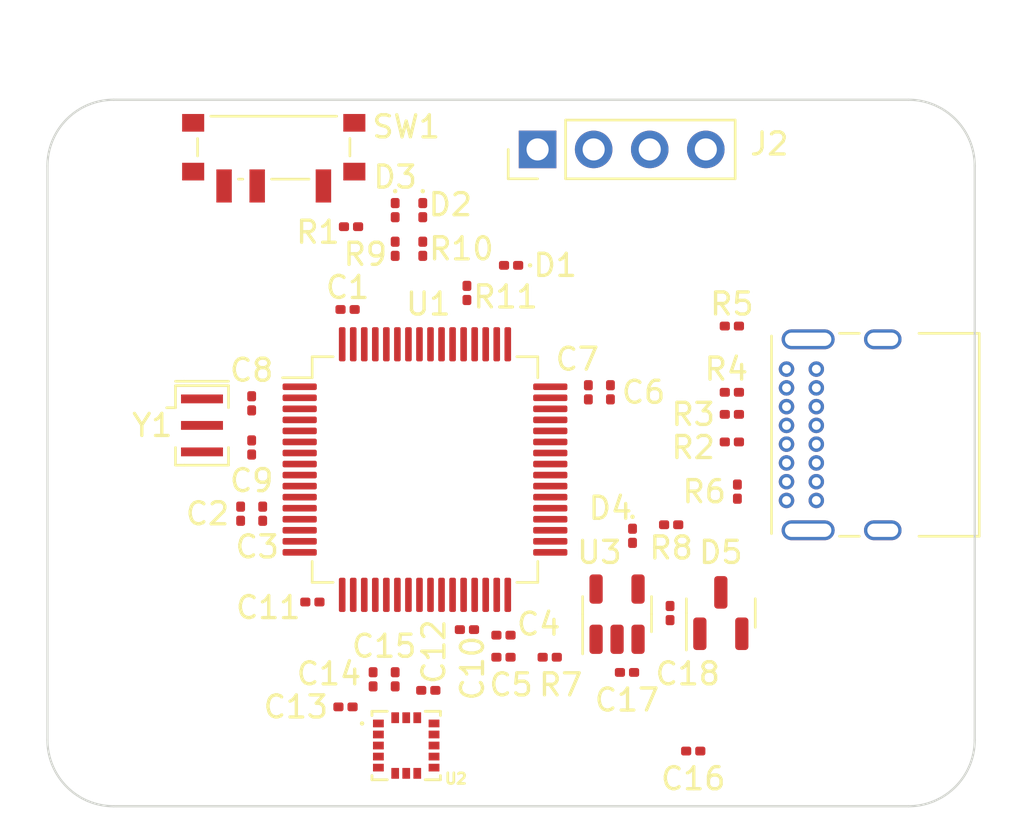
<source format=kicad_pcb>
(kicad_pcb (version 20211014) (generator pcbnew)
  (layers (0 "F.Cu" signal) (31 "B.Cu" power) (34 "B.Paste" user) (35 "F.Paste" user) (36 "B.SilkS" user "B.Silkscreen") (37 "F.SilkS" user "F.Silkscreen") (38 "B.Mask" user) (39 "F.Mask" user) (44 "Edge.Cuts" user))
  (net 0 "")
  (net 1 "GND")
  (net 2 "+3.3V")
  (net 3 "Net-(C8-Pad2)")
  (net 4 "Net-(C9-Pad2)")
  (net 5 "Net-(C10-Pad1)")
  (net 6 "Net-(C11-Pad2)")
  (net 7 "Net-(C12-Pad1)")
  (net 8 "Net-(C16-Pad1)")
  (net 9 "Net-(D5-Pad1)")
  (net 10 "Net-(D1-Pad2)")
  (net 11 "Net-(D2-Pad2)")
  (net 12 "Net-(D3-Pad2)")
  (net 13 "Net-(D4-Pad1)")
  (net 14 "VBUS")
  (net 15 "+5V")
  (net 16 "Net-(J1-PadA5)")
  (net 17 "Net-(J1-PadA6)")
  (net 18 "Net-(J1-PadA7)")
  (net 20 "Net-(J1-PadB5)")
  (net 22 "/SWCLK")
  (net 23 "/SWDIO")
  (net 24 "Net-(R1-Pad1)")
  (net 25 "Net-(R1-Pad2)")
  (net 26 "/D-")
  (net 27 "/D+")
  (net 28 "Net-(R7-Pad2)")
  (net 29 "/LED3")
  (net 30 "/LED2")
  (net 31 "/LED1")
  (net 36 "/GYRO_INT")
  (net 41 "/USART2_TX")
  (net 42 "/USART2_RX")
  (net 43 "/GYRO_CS")
  (net 44 "/GYRO_SPC")
  (net 45 "/GYRO_SDO")
  (net 46 "/GYRO_SDI")
  (net 51 "/Motor_4")
  (net 52 "/Motor_3")
  (net 71 "/Motor_1")
  (net 72 "/Motor_2")
  (footprint "Capacitor_SMD:C_0201_0603Metric" (layer "F.Cu") (at 157.75 129 -90)
    (fp_text reference "C3" (at 1.5 0.25) (layer "F.SilkS"))
    (fp_text value "100nF")
    (pad "1" smd roundrect (at -0.32 0 270) (size 0.46 0.4) (layers "F.Cu" "F.Mask") (net 1 "GND"))
    (pad "2" smd roundrect (at 0.32 0 270) (size 0.46 0.4) (layers "F.Cu" "F.Mask") (net 2 "+3.3V"))
  )
  (footprint "Resistor_SMD:R_0201_0603Metric" (layer "F.Cu") (at 161.75 116 180)
    (fp_text reference "R1" (at 1.5 -0.25 180) (layer "F.SilkS"))
    (fp_text value "10kΩ")
    (pad "1" smd roundrect (at -0.32 0 180) (size 0.46 0.4) (layers "F.Cu" "F.Mask") (net 24 "Net-(R1-Pad1)"))
    (pad "2" smd roundrect (at 0.32 0 180) (size 0.46 0.4) (layers "F.Cu" "F.Mask") (net 25 "Net-(R1-Pad2)"))
  )
  (footprint "Capacitor_SMD:C_0201_0603Metric" (layer "F.Cu") (at 176.2 133.5 -90)
    (fp_text reference "C18" (at 2.75 -0.8) (layer "F.SilkS"))
    (fp_text value "1uF")
    (pad "1" smd roundrect (at -0.32 0 270) (size 0.46 0.4) (layers "F.Cu" "F.Mask") (net 2 "+3.3V"))
    (pad "2" smd roundrect (at 0.32 0 270) (size 0.46 0.4) (layers "F.Cu" "F.Mask") (net 1 "GND"))
  )
  (footprint "Resistor_SMD:R_0201_0603Metric" (layer "F.Cu") (at 179 124.5)
    (fp_text reference "R3" (at -1.75 0) (layer "F.SilkS"))
    (fp_text value "22Ω")
    (pad "1" smd roundrect (at -0.32 0) (size 0.46 0.4) (layers "F.Cu" "F.Mask") (net 27 "/D+"))
    (pad "2" smd roundrect (at 0.32 0) (size 0.46 0.4) (layers "F.Cu" "F.Mask") (net 17 "Net-(J1-PadA6)"))
  )
  (footprint "Crystal:Resonator_SMD_Murata_CSTxExxV-3Pin_3.0x1.1mm" (layer "F.Cu") (at 155 125 -90)
    (fp_text reference "Y1" (at 0 2.25 180) (layer "F.SilkS"))
    (fp_text value "8Mhz")
    (fp_line (start 1.8 -1.2) (end 1.8 0.8) (layer "F.SilkS") (width 0.12))
    (fp_line (start 1 -1.2) (end 1.8 -1.2) (layer "F.SilkS") (width 0.12))
    (fp_line (start -0.8 1.2) (end -1.8 1.2) (layer "F.SilkS") (width 0.12))
    (fp_line (start -2 -1.2) (end -2 0.8) (layer "F.SilkS") (width 0.12))
    (fp_line (start -1.8 0.8) (end -1.8 1.2) (layer "F.SilkS") (width 0.12))
    (fp_line (start -0.8 1.2) (end -0.8 1.6) (layer "F.SilkS") (width 0.12))
    (fp_line (start -1.8 0.8) (end -1.8 -1.2) (layer "F.SilkS") (width 0.12))
    (fp_line (start 1.8 1.2) (end 1 1.2) (layer "F.SilkS") (width 0.12))
    (fp_line (start 1.8 0.8) (end 1.8 1.2) (layer "F.SilkS") (width 0.12))
    (fp_line (start -2 0.8) (end -2 1.2) (layer "F.SilkS") (width 0.12))
    (fp_line (start -1.8 -1.2) (end -0.8 -1.2) (layer "F.SilkS") (width 0.12))
    (pad "1" smd rect (at -1.2 0 270) (size 0.4 1.9) (layers "F.Cu" "F.Paste" "F.Mask") (net 3 "Net-(C8-Pad2)"))
    (pad "2" smd rect (at 0 0 270) (size 0.4 1.9) (layers "F.Cu" "F.Paste" "F.Mask") (net 1 "GND"))
    (pad "3" smd rect (at 1.2 0 270) (size 0.4 1.9) (layers "F.Cu" "F.Paste" "F.Mask") (net 4 "Net-(C9-Pad2)"))
  )
  (footprint "Package_TO_SOT_SMD:SOT-23" (layer "F.Cu") (at 178.5 133.5 90)
    (fp_text reference "D5" (at 2.75 0) (layer "F.SilkS"))
    (fp_text value "NSVMMBD354LT1G")
    (fp_line (start 0 -1.56) (end -1.675 -1.56) (layer "F.SilkS") (width 0.12))
    (fp_line (start 0 -1.56) (end 0.65 -1.56) (layer "F.SilkS") (width 0.12))
    (fp_line (start 0 1.56) (end 0.65 1.56) (layer "F.SilkS") (width 0.12))
    (fp_line (start 0 1.56) (end -0.65 1.56) (layer "F.SilkS") (width 0.12))
    (pad "1" smd roundrect (at -0.9375 -0.95 90) (size 1.475 0.6) (layers "F.Cu" "F.Paste" "F.Mask") (net 9 "Net-(D5-Pad1)"))
    (pad "2" smd roundrect (at -0.9375 0.95 90) (size 1.475 0.6) (layers "F.Cu" "F.Paste" "F.Mask") (net 14 "VBUS"))
    (pad "3" smd roundrect (at 0.9375 0 90) (size 1.475 0.6) (layers "F.Cu" "F.Paste" "F.Mask") (net 15 "+5V"))
  )
  (footprint "LED_SMD:LED_0201_0603Metric" (layer "F.Cu") (at 163.75 115.25 -90)
    (fp_text reference "D3" (at -1.5 0 180) (layer "F.SilkS"))
    (fp_text value "BLUE")
    (fp_circle (center -0.86 0) (end -0.81 0) (layer "F.SilkS") (width 0.1) (fill none))
    (pad "1" smd roundrect (at -0.32 0 270) (size 0.46 0.4) (layers "F.Cu" "F.Mask") (net 1 "GND"))
    (pad "2" smd roundrect (at 0.32 0 270) (size 0.46 0.4) (layers "F.Cu" "F.Mask") (net 12 "Net-(D3-Pad2)"))
  )
  (footprint "Button_Switch_SMD:SW_SPDT_PCM12" (layer "F.Cu") (at 158.25 112.725 180)
    (fp_text reference "SW1" (at -6 1.25 180) (layer "F.SilkS"))
    (fp_text value "Switch")
    (fp_line (start 3.45 0.72) (end 3.45 -0.07) (layer "F.SilkS") (width 0.12))
    (fp_line (start -2.85 1.73) (end 2.85 1.73) (layer "F.SilkS") (width 0.12))
    (fp_line (start 1.4 -1.12) (end 1.6 -1.12) (layer "F.SilkS") (width 0.12))
    (fp_line (start -1.6 -1.12) (end 0.1 -1.12) (layer "F.SilkS") (width 0.12))
    (fp_line (start -3.45 -0.07) (end -3.45 0.72) (layer "F.SilkS") (width 0.12))
    (pad "" np_thru_hole circle (at -1.5 0.33 180) (size 0.9 0.9) (drill 0.9) (layers *.Cu *.Mask))
    (pad "" smd rect (at 3.65 -0.78 180) (size 1 0.8) (layers "F.Cu" "F.Paste" "F.Mask"))
    (pad "" np_thru_hole circle (at 1.5 0.33 180) (size 0.9 0.9) (drill 0.9) (layers *.Cu *.Mask))
    (pad "" smd rect (at -3.65 -0.78 180) (size 1 0.8) (layers "F.Cu" "F.Paste" "F.Mask"))
    (pad "" smd rect (at -3.65 1.43 180) (size 1 0.8) (layers "F.Cu" "F.Paste" "F.Mask"))
    (pad "" smd rect (at 3.65 1.43 180) (size 1 0.8) (layers "F.Cu" "F.Paste" "F.Mask"))
    (pad "1" smd rect (at -2.25 -1.43 180) (size 0.7 1.5) (layers "F.Cu" "F.Paste" "F.Mask") (net 25 "Net-(R1-Pad2)"))
    (pad "2" smd rect (at 0.75 -1.43 180) (size 0.7 1.5) (layers "F.Cu" "F.Paste" "F.Mask") (net 1 "GND"))
    (pad "3" smd rect (at 2.25 -1.43 180) (size 0.7 1.5) (layers "F.Cu" "F.Paste" "F.Mask") (net 2 "+3.3V"))
  )
  (footprint "Capacitor_SMD:C_0201_0603Metric" (layer "F.Cu") (at 173.5 123.5 90)
    (fp_text reference "C6" (at 0 1.5) (layer "F.SilkS"))
    (fp_text value "100nF")
    (pad "1" smd roundrect (at -0.32 0 90) (size 0.46 0.4) (layers "F.Cu" "F.Mask") (net 1 "GND"))
    (pad "2" smd roundrect (at 0.32 0 90) (size 0.46 0.4) (layers "F.Cu" "F.Mask") (net 2 "+3.3V"))
  )
  (footprint "Resistor_SMD:R_0201_0603Metric" (layer "F.Cu") (at 165 117 90)
    (fp_text reference "R10" (at 0 1.75 180) (layer "F.SilkS"))
    (fp_text value "10kΩ")
    (pad "1" smd roundrect (at -0.32 0 90) (size 0.46 0.4) (layers "F.Cu" "F.Mask") (net 30 "/LED2"))
    (pad "2" smd roundrect (at 0.32 0 90) (size 0.46 0.4) (layers "F.Cu" "F.Mask") (net 11 "Net-(D2-Pad2)"))
  )
  (footprint "Capacitor_SMD:C_0201_0603Metric" (layer "F.Cu") (at 163.75 136.5 -90)
    (fp_text reference "C15" (at -1.5 0.5 180) (layer "F.SilkS"))
    (fp_text value "2.2 uF")
    (pad "1" smd roundrect (at -0.32 0 270) (size 0.46 0.4) (layers "F.Cu" "F.Mask") (net 1 "GND"))
    (pad "2" smd roundrect (at 0.32 0 270) (size 0.46 0.4) (layers "F.Cu" "F.Mask") (net 2 "+3.3V"))
  )
  (footprint "Capacitor_SMD:C_0201_0603Metric" (layer "F.Cu") (at 156.75 129 -90)
    (fp_text reference "C2" (at 0 1.5) (layer "F.SilkS"))
    (fp_text value "100nF")
    (pad "1" smd roundrect (at -0.32 0 270) (size 0.46 0.4) (layers "F.Cu" "F.Mask") (net 1 "GND"))
    (pad "2" smd roundrect (at 0.32 0 270) (size 0.46 0.4) (layers "F.Cu" "F.Mask") (net 2 "+3.3V"))
  )
  (footprint "Resistor_SMD:R_0201_0603Metric" (layer "F.Cu") (at 179.25 128 90)
    (fp_text reference "R6" (at 0 -1.5 180) (layer "F.SilkS"))
    (fp_text value "5.1kΩ")
    (pad "1" smd roundrect (at -0.32 0 90) (size 0.46 0.4) (layers "F.Cu" "F.Mask") (net 1 "GND"))
    (pad "2" smd roundrect (at 0.32 0 90) (size 0.46 0.4) (layers "F.Cu" "F.Mask") (net 16 "Net-(J1-PadA5)"))
  )
  (footprint "Resistor_SMD:R_0201_0603Metric" (layer "F.Cu") (at 176.25 129.5 180)
    (fp_text reference "R8" (at 0 -1.05) (layer "F.SilkS"))
    (fp_text value "1kΩ")
    (pad "1" smd roundrect (at -0.32 0 180) (size 0.46 0.4) (layers "F.Cu" "F.Mask") (net 1 "GND"))
    (pad "2" smd roundrect (at 0.32 0 180) (size 0.46 0.4) (layers "F.Cu" "F.Mask") (net 13 "Net-(D4-Pad1)"))
  )
  (footprint "LED_SMD:LED_0201_0603Metric" (layer "F.Cu") (at 174.5 130 -90)
    (fp_text reference "D4" (at -1.25 1 180) (layer "F.SilkS"))
    (fp_text value "RED")
    (fp_circle (center -0.86 0) (end -0.81 0) (layer "F.SilkS") (width 0.1) (fill none))
    (pad "1" smd roundrect (at -0.32 0 270) (size 0.46 0.4) (layers "F.Cu" "F.Mask") (net 13 "Net-(D4-Pad1)"))
    (pad "2" smd roundrect (at 0.32 0 270) (size 0.46 0.4) (layers "F.Cu" "F.Mask") (net 2 "+3.3V"))
  )
  (footprint "Capacitor_SMD:C_0201_0603Metric" (layer "F.Cu") (at 157.25 126 -90)
    (fp_text reference "C9" (at 1.5 0 180) (layer "F.SilkS"))
    (fp_text value "56pF")
    (pad "1" smd roundrect (at -0.32 0 270) (size 0.46 0.4) (layers "F.Cu" "F.Mask") (net 1 "GND"))
    (pad "2" smd roundrect (at 0.32 0 270) (size 0.46 0.4) (layers "F.Cu" "F.Mask") (net 4 "Net-(C9-Pad2)"))
  )
  (footprint "Capacitor_SMD:C_0201_0603Metric" (layer "F.Cu") (at 157.25 124 90)
    (fp_text reference "C8" (at 1.5 0 180) (layer "F.SilkS"))
    (fp_text value "56pF")
    (pad "1" smd roundrect (at -0.32 0 90) (size 0.46 0.4) (layers "F.Cu" "F.Mask") (net 1 "GND"))
    (pad "2" smd roundrect (at 0.32 0 90) (size 0.46 0.4) (layers "F.Cu" "F.Mask") (net 3 "Net-(C8-Pad2)"))
  )
  (footprint "Capacitor_SMD:C_0201_0603Metric" (layer "F.Cu") (at 172.5 123.5 90)
    (fp_text reference "C7" (at 1.5 -0.5) (layer "F.SilkS"))
    (fp_text value "100nF")
    (pad "1" smd roundrect (at -0.32 0 90) (size 0.46 0.4) (layers "F.Cu" "F.Mask") (net 1 "GND"))
    (pad "2" smd roundrect (at 0.32 0 90) (size 0.46 0.4) (layers "F.Cu" "F.Mask") (net 2 "+3.3V"))
  )
  (footprint "MountingHole:MountingHole_2.2mm_M2" (layer "F.Cu") (at 187 113.25)
    (fp_text reference "H3")
    (fp_text value "MountingHole")
    (pad "" np_thru_hole circle (at 0 0) (size 2.2 2.2) (drill 2.2) (layers *.Cu *.Mask))
  )
  (footprint "IAM-20680:PQFN50P300X300X80-16N" (layer "F.Cu") (at 164.25 139.5)
    (fp_text reference "U2" (at 2.25 1.5) (layer "F.SilkS") (effects (font (size 0.481634 0.481634))))
    (fp_text value "IAM-20680")
    (fp_line (start -1.55 1.36) (end -1.55 1.55) (layer "F.SilkS") (width 0.127))
    (fp_line (start 0.86 1.55) (end 1.55 1.55) (layer "F.SilkS") (width 0.127))
    (fp_line (start 0.86 -1.55) (end 1.55 -1.55) (layer "F.SilkS") (width 0.127))
    (fp_line (start -1.55 -1.36) (end -1.55 -1.55) (layer "F.SilkS") (width 0.127))
    (fp_line (start -1.55 -1.55) (end -0.86 -1.55) (layer "F.SilkS") (width 0.127))
    (fp_line (start 1.55 1.55) (end 1.55 1.36) (layer "F.SilkS") (width 0.127))
    (fp_line (start 1.55 -1.55) (end 1.55 -1.36) (layer "F.SilkS") (width 0.127))
    (fp_line (start -1.55 1.55) (end -0.86 1.55) (layer "F.SilkS") (width 0.127))
    (fp_circle (center -2 -1) (end -1.95 -1) (layer "F.SilkS") (width 0.1) (fill none))
    (pad "1" smd roundrect locked (at -1.26 -1) (size 0.49 0.35) (layers "F.Cu" "F.Paste" "F.Mask") (roundrect_rratio 0.04) (net 2 "+3.3V"))
    (pad "2" smd roundrect locked (at -1.26 -0.5) (size 0.49 0.35) (layers "F.Cu" "F.Paste" "F.Mask") (roundrect_rratio 0.04) (net 44 "/GYRO_SPC"))
    (pad "3" smd roundrect locked (at -1.26 0) (size 0.49 0.35) (layers "F.Cu" "F.Paste" "F.Mask") (roundrect_rratio 0.04) (net 46 "/GYRO_SDI"))
    (pad "4" smd roundrect locked (at -1.26 0.5) (size 0.49 0.35) (layers "F.Cu" "F.Paste" "F.Mask") (roundrect_rratio 0.04) (net 45 "/GYRO_SDO"))
    (pad "5" smd roundrect locked (at -1.26 1) (size 0.49 0.35) (layers "F.Cu" "F.Paste" "F.Mask") (roundrect_rratio 0.04) (net 43 "/GYRO_CS"))
    (pad "6" smd roundrect locked (at -0.5 1.26 90) (size 0.49 0.35) (layers "F.Cu" "F.Paste" "F.Mask") (roundrect_rratio 0.04) (net 36 "/GYRO_INT"))
    (pad "7" smd roundrect locked (at 0 1.26 90) (size 0.49 0.35) (layers "F.Cu" "F.Paste" "F.Mask") (roundrect_rratio 0.04))
    (pad "8" smd roundrect locked (at 0.5 1.26 90) (size 0.49 0.35) (layers "F.Cu" "F.Paste" "F.Mask") (roundrect_rratio 0.04) (net 1 "GND"))
    (pad "9" smd roundrect locked (at 1.26 1 180) (size 0.49 0.35) (layers "F.Cu" "F.Paste" "F.Mask") (roundrect_rratio 0.04) (net 1 "GND"))
    (pad "10" smd roundrect locked (at 1.26 0.5 180) (size 0.49 0.35) (layers "F.Cu" "F.Paste" "F.Mask") (roundrect_rratio 0.04) (net 1 "GND"))
    (pad "11" smd roundrect locked (at 1.26 0 180) (size 0.49 0.35) (layers "F.Cu" "F.Paste" "F.Mask") (roundrect_rratio 0.04) (net 1 "GND"))
    (pad "12" smd roundrect locked (at 1.26 -0.5 180) (size 0.49 0.35) (layers "F.Cu" "F.Paste" "F.Mask") (roundrect_rratio 0.04) (net 1 "GND"))
    (pad "13" smd roundrect locked (at 1.26 -1 180) (size 0.49 0.35) (layers "F.Cu" "F.Paste" "F.Mask") (roundrect_rratio 0.04) (net 1 "GND"))
    (pad "14" smd roundrect locked (at 0.5 -1.26 270) (size 0.49 0.35) (layers "F.Cu" "F.Paste" "F.Mask") (roundrect_rratio 0.04) (net 7 "Net-(C12-Pad1)"))
    (pad "15" smd roundrect locked (at 0 -1.26 270) (size 0.49 0.35) (layers "F.Cu" "F.Paste" "F.Mask") (roundrect_rratio 0.04) (net 1 "GND"))
    (pad "16" smd roundrect locked (at -0.5 -1.26 270) (size 0.49 0.35) (layers "F.Cu" "F.Paste" "F.Mask") (roundrect_rratio 0.04) (net 2 "+3.3V"))
  )
  (footprint "Capacitor_SMD:C_0201_0603Metric" (layer "F.Cu") (at 160 133 180)
    (fp_text reference "C11" (at 2 -0.25) (layer "F.SilkS"))
    (fp_text value "100nF")
    (pad "1" smd roundrect (at -0.32 0 180) (size 0.46 0.4) (layers "F.Cu" "F.Mask") (net 1 "GND"))
    (pad "2" smd roundrect (at 0.32 0 180) (size 0.46 0.4) (layers "F.Cu" "F.Mask") (net 6 "Net-(C11-Pad2)"))
  )
  (footprint "Connector_USB:USB_C_Receptacle_GCT_USB4085" (layer "F.Cu") (at 181.475 128.4 90)
    (fp_text reference "J1")
    (fp_text value "USB_C_Receptacle_USB2.0")
    (fp_line (start -1.62 8.73) (end 7.57 8.73) (layer "F.SilkS") (width 0.12))
    (fp_line (start 7.57 6) (end 7.57 8.73) (layer "F.SilkS") (width 0.12))
    (fp_line (start -1.5 -0.68) (end 7.45 -0.68) (layer "F.SilkS") (width 0.12))
    (fp_line (start -1.62 2.4) (end -1.62 3.3) (layer "F.SilkS") (width 0.12))
    (fp_line (start 7.57 2.4) (end 7.57 3.3) (layer "F.SilkS") (width 0.12))
    (fp_line (start -1.62 6) (end -1.62 8.73) (layer "F.SilkS") (width 0.12))
    (pad "A1" thru_hole circle (at 0 0 90) (size 0.7 0.7) (drill 0.4) (layers *.Cu *.Mask) (net 1 "GND"))
    (pad "A4" thru_hole circle (at 0.85 0 90) (size 0.7 0.7) (drill 0.4) (layers *.Cu *.Mask) (net 14 "VBUS"))
    (pad "A5" thru_hole circle (at 1.7 0 90) (size 0.7 0.7) (drill 0.4) (layers *.Cu *.Mask) (net 16 "Net-(J1-PadA5)"))
    (pad "A6" thru_hole circle (at 2.55 0 90) (size 0.7 0.7) (drill 0.4) (layers *.Cu *.Mask) (net 17 "Net-(J1-PadA6)"))
    (pad "A7" thru_hole circle (at 3.4 0 90) (size 0.7 0.7) (drill 0.4) (layers *.Cu *.Mask) (net 18 "Net-(J1-PadA7)"))
    (pad "A8" thru_hole circle (at 4.25 0 90) (size 0.7 0.7) (drill 0.4) (layers *.Cu *.Mask))
    (pad "A9" thru_hole circle (at 5.1 0 90) (size 0.7 0.7) (drill 0.4) (layers *.Cu *.Mask) (net 14 "VBUS"))
    (pad "A12" thru_hole circle (at 5.95 0 90) (size 0.7 0.7) (drill 0.4) (layers *.Cu *.Mask) (net 1 "GND"))
    (pad "B1" thru_hole circle (at 5.95 1.35 90) (size 0.7 0.7) (drill 0.4) (layers *.Cu *.Mask) (net 1 "GND"))
    (pad "B4" thru_hole circle (at 5.1 1.35 90) (size 0.7 0.7) (drill 0.4) (layers *.Cu *.Mask) (net 14 "VBUS"))
    (pad "B5" thru_hole circle (at 4.25 1.35 90) (size 0.7 0.7) (drill 0.4) (layers *.Cu *.Mask) (net 20 "Net-(J1-PadB5)"))
    (pad "B6" thru_hole circle (at 3.4 1.35 90) (size 0.7 0.7) (drill 0.4) (layers *.Cu *.Mask) (net 17 "Net-(J1-PadA6)"))
    (pad "B7" thru_hole circle (at 2.55 1.35 90) (size 0.7 0.7) (drill 0.4) (layers *.Cu *.Mask) (net 18 "Net-(J1-PadA7)"))
    (pad "B8" thru_hole circle (at 1.7 1.35 90) (size 0.7 0.7) (drill 0.4) (layers *.Cu *.Mask))
    (pad "B9" thru_hole circle (at 0.85 1.35 90) (size 0.7 0.7) (drill 0.4) (layers *.Cu *.Mask) (net 14 "VBUS"))
    (pad "B12" thru_hole circle (at 0 1.35 90) (size 0.7 0.7) (drill 0.4) (layers *.Cu *.Mask) (net 1 "GND"))
    (pad "S1" thru_hole oval (at 7.3 0.98 90) (size 0.9 2.4) (drill oval 0.6 2.1) (layers *.Cu *.Mask) (net 1 "GND"))
    (pad "S1" thru_hole oval (at -1.35 0.98 90) (size 0.9 2.4) (drill oval 0.6 2.1) (layers *.Cu *.Mask) (net 1 "GND"))
    (pad "S1" thru_hole oval (at 7.3 4.36 90) (size 0.9 1.7) (drill oval 0.6 1.4) (layers *.Cu *.Mask) (net 1 "GND"))
    (pad "S1" thru_hole oval (at -1.35 4.36 90) (size 0.9 1.7) (drill oval 0.6 1.4) (layers *.Cu *.Mask) (net 1 "GND"))
  )
  (footprint "LED_SMD:LED_0201_0603Metric" (layer "F.Cu") (at 165 115.25 -90)
    (fp_text reference "D2" (at -0.25 -1.25 180) (layer "F.SilkS"))
    (fp_text value "GREEN")
    (fp_circle (center -0.86 0) (end -0.81 0) (layer "F.SilkS") (width 0.1) (fill none))
    (pad "1" smd roundrect (at -0.32 0 270) (size 0.46 0.4) (layers "F.Cu" "F.Mask") (net 1 "GND"))
    (pad "2" smd roundrect (at 0.32 0 270) (size 0.46 0.4) (layers "F.Cu" "F.Mask") (net 11 "Net-(D2-Pad2)"))
  )
  (footprint "Resistor_SMD:R_0201_0603Metric" (layer "F.Cu") (at 179 123.5)
    (fp_text reference "R4" (at -0.25 -1.05) (layer "F.SilkS"))
    (fp_text value "1.5KΩ")
    (pad "1" smd roundrect (at -0.32 0) (size 0.46 0.4) (layers "F.Cu" "F.Mask") (net 2 "+3.3V"))
    (pad "2" smd roundrect (at 0.32 0) (size 0.46 0.4) (layers "F.Cu" "F.Mask") (net 17 "Net-(J1-PadA6)"))
  )
  (footprint "LED_SMD:LED_0201_0603Metric" (layer "F.Cu") (at 169 117.75 180)
    (fp_text reference "D1" (at -2 0) (layer "F.SilkS"))
    (fp_text value "WHITE")
    (fp_circle (center -0.86 0) (end -0.81 0) (layer "F.SilkS") (width 0.1) (fill none))
    (pad "1" smd roundrect (at -0.32 0 180) (size 0.46 0.4) (layers "F.Cu" "F.Mask") (net 1 "GND"))
    (pad "2" smd roundrect (at 0.32 0 180) (size 0.46 0.4) (layers "F.Cu" "F.Mask") (net 10 "Net-(D1-Pad2)"))
  )
  (footprint "Capacitor_SMD:C_0201_0603Metric" (layer "F.Cu") (at 167 134.25 180)
    (fp_text reference "C10" (at -0.25 -1.75 90) (layer "F.SilkS"))
    (fp_text value "4.7uF")
    (pad "1" smd roundrect (at -0.32 0 180) (size 0.46 0.4) (layers "F.Cu" "F.Mask") (net 5 "Net-(C10-Pad1)"))
    (pad "2" smd roundrect (at 0.32 0 180) (size 0.46 0.4) (layers "F.Cu" "F.Mask") (net 1 "GND"))
  )
  (footprint "MountingHole:MountingHole_2.2mm_M2" (layer "F.Cu") (at 151 113.25)
    (fp_text reference "H2")
    (fp_text value "MountingHole")
    (pad "" np_thru_hole circle (at 0 0) (size 2.2 2.2) (drill 2.2) (layers *.Cu *.Mask))
  )
  (footprint "Resistor_SMD:R_0201_0603Metric" (layer "F.Cu") (at 163.75 117 90)
    (fp_text reference "R9" (at -0.25 -1.35 180) (layer "F.SilkS"))
    (fp_text value "10kΩ")
    (pad "1" smd roundrect (at -0.32 0 90) (size 0.46 0.4) (layers "F.Cu" "F.Mask") (net 29 "/LED3"))
    (pad "2" smd roundrect (at 0.32 0 90) (size 0.46 0.4) (layers "F.Cu" "F.Mask") (net 12 "Net-(D3-Pad2)"))
  )
  (footprint "Capacitor_SMD:C_0201_0603Metric" (layer "F.Cu") (at 165.25 137)
    (fp_text reference "C12" (at 0.25 -1.75 270) (layer "F.SilkS"))
    (fp_text value "0.47 uF")
    (pad "1" smd roundrect (at -0.32 0) (size 0.46 0.4) (layers "F.Cu" "F.Mask") (net 7 "Net-(C12-Pad1)"))
    (pad "2" smd roundrect (at 0.32 0) (size 0.46 0.4) (layers "F.Cu" "F.Mask") (net 1 "GND"))
  )
  (footprint "Package_TO_SOT_SMD:SOT-23-5" (layer "F.Cu") (at 173.8 133.55 90)
    (fp_text reference "U3" (at 2.8 -0.8 180) (layer "F.SilkS"))
    (fp_text value "RT9193-33GB")
    (fp_line (start 0 -1.56) (end 0.8 -1.56) (layer "F.SilkS") (width 0.12))
    (fp_line (start 0 -1.56) (end -1.8 -1.56) (layer "F.SilkS") (width 0.12))
    (fp_line (start 0 1.56) (end -0.8 1.56) (layer "F.SilkS") (width 0.12))
    (fp_line (start 0 1.56) (end 0.8 1.56) (layer "F.SilkS") (width 0.12))
    (pad "1" smd roundrect (at -1.1375 -0.95 90) (size 1.325 0.6) (layers "F.Cu" "F.Paste" "F.Mask") (net 28 "Net-(R7-Pad2)"))
    (pad "2" smd roundrect (at -1.1375 0 90) (size 1.325 0.6) (layers "F.Cu" "F.Paste" "F.Mask") (net 1 "GND"))
    (pad "3" smd roundrect (at -1.1375 0.95 90) (size 1.325 0.6) (layers "F.Cu" "F.Paste" "F.Mask") (net 9 "Net-(D5-Pad1)"))
    (pad "4" smd roundrect (at 1.1375 0.95 90) (size 1.325 0.6) (layers "F.Cu" "F.Paste" "F.Mask") (net 2 "+3.3V"))
    (pad "5" smd roundrect (at 1.1375 -0.95 90) (size 1.325 0.6) (layers "F.Cu" "F.Paste" "F.Mask"))
  )
  (footprint "Capacitor_SMD:C_0201_0603Metric" (layer "F.Cu") (at 161.595 119.75 180)
    (fp_text reference "C1" (at 0 1) (layer "F.SilkS"))
    (fp_text value "100nF")
    (pad "1" smd roundrect (at -0.32 0 180) (size 0.46 0.4) (layers "F.Cu" "F.Mask") (net 1 "GND"))
    (pad "2" smd roundrect (at 0.32 0 180) (size 0.46 0.4) (layers "F.Cu" "F.Mask") (net 2 "+3.3V"))
  )
  (footprint "Resistor_SMD:R_0201_0603Metric" (layer "F.Cu") (at 170.75 135.5)
    (fp_text reference "R7" (at 0.5 1.25) (layer "F.SilkS"))
    (fp_text value "100kΩ")
    (pad "1" smd roundrect (at -0.32 0) (size 0.46 0.4) (layers "F.Cu" "F.Mask") (net 2 "+3.3V"))
    (pad "2" smd roundrect (at 0.32 0) (size 0.46 0.4) (layers "F.Cu" "F.Mask") (net 28 "Net-(R7-Pad2)"))
  )
  (footprint "Capacitor_SMD:C_0201_0603Metric" (layer "F.Cu") (at 174.25 136.1875)
    (fp_text reference "C17" (at 0 1.25) (layer "F.SilkS"))
    (fp_text value "1uF")
    (pad "1" smd roundrect (at -0.32 0) (size 0.46 0.4) (layers "F.Cu" "F.Mask") (net 1 "GND"))
    (pad "2" smd roundrect (at 0.32 0) (size 0.46 0.4) (layers "F.Cu" "F.Mask") (net 9 "Net-(D5-Pad1)"))
  )
  (footprint "Resistor_SMD:R_0201_0603Metric" (layer "F.Cu") (at 179 125.75 180)
    (fp_text reference "R2" (at 1.75 -0.25) (layer "F.SilkS"))
    (fp_text value "22Ω")
    (pad "1" smd roundrect (at -0.32 0 180) (size 0.46 0.4) (layers "F.Cu" "F.Mask") (net 18 "Net-(J1-PadA7)"))
    (pad "2" smd roundrect (at 0.32 0 180) (size 0.46 0.4) (layers "F.Cu" "F.Mask") (net 26 "/D-"))
  )
  (footprint "Connector_PinHeader_2.54mm:PinHeader_1x04_P2.54mm_Vertical" (layer "F.Cu") (at 170.2 112.5 90)
    (fp_text reference "J2" (at 0.25 10.5 180) (layer "F.SilkS"))
    (fp_text value "Conn_01x04_Male")
    (fp_line (start -1.33 1.27) (end -1.33 8.95) (layer "F.SilkS") (width 0.12))
    (fp_line (start -1.33 -1.33) (end 0 -1.33) (layer "F.SilkS") (width 0.12))
    (fp_line (start -1.33 1.27) (end 1.33 1.27) (layer "F.SilkS") (width 0.12))
    (fp_line (start 1.33 1.27) (end 1.33 8.95) (layer "F.SilkS") (width 0.12))
    (fp_line (start -1.33 8.95) (end 1.33 8.95) (layer "F.SilkS") (width 0.12))
    (fp_line (start -1.33 0) (end -1.33 -1.33) (layer "F.SilkS") (width 0.12))
    (pad "1" thru_hole rect (at 0 0 90) (size 1.7 1.7) (drill 1) (layers *.Cu *.Mask) (net 1 "GND"))
    (pad "2" thru_hole oval (at 0 2.54 90) (size 1.7 1.7) (drill 1) (layers *.Cu *.Mask) (net 22 "/SWCLK"))
    (pad "3" thru_hole oval (at 0 5.08 90) (size 1.7 1.7) (drill 1) (layers *.Cu *.Mask) (net 23 "/SWDIO"))
    (pad "4" thru_hole oval (at 0 7.62 90) (size 1.7 1.7) (drill 1) (layers *.Cu *.Mask) (net 2 "+3.3V"))
  )
  (footprint "Capacitor_SMD:C_0201_0603Metric" (layer "F.Cu") (at 161.5 137.75)
    (fp_text reference "C13" (at -2.25 0 180) (layer "F.SilkS"))
    (fp_text value "10 uF")
    (pad "1" smd roundrect (at -0.32 0) (size 0.46 0.4) (layers "F.Cu" "F.Mask") (net 1 "GND"))
    (pad "2" smd roundrect (at 0.32 0) (size 0.46 0.4) (layers "F.Cu" "F.Mask") (net 2 "+3.3V"))
  )
  (footprint "Resistor_SMD:R_0201_0603Metric" (layer "F.Cu") (at 167 119 90)
    (fp_text reference "R11" (at -0.18 1.75) (layer "F.SilkS"))
    (fp_text value "10kΩ")
    (pad "1" smd roundrect (at -0.32 0 90) (size 0.46 0.4) (layers "F.Cu" "F.Mask") (net 31 "/LED1"))
    (pad "2" smd roundrect (at 0.32 0 90) (size 0.46 0.4) (layers "F.Cu" "F.Mask") (net 10 "Net-(D1-Pad2)"))
  )
  (footprint "Capacitor_SMD:C_0201_0603Metric" (layer "F.Cu") (at 168.655 135.5)
    (fp_text reference "C5" (at 0.345 1.25) (layer "F.SilkS"))
    (fp_text value "100nF")
    (pad "1" smd roundrect (at -0.32 0) (size 0.46 0.4) (layers "F.Cu" "F.Mask") (net 1 "GND"))
    (pad "2" smd roundrect (at 0.32 0) (size 0.46 0.4) (layers "F.Cu" "F.Mask") (net 2 "+3.3V"))
  )
  (footprint "MountingHole:MountingHole_2.2mm_M2" (layer "F.Cu") (at 151 139.25)
    (fp_text reference "H1")
    (fp_text value "MountingHole")
    (pad "" np_thru_hole circle (at 0 0) (size 2.2 2.2) (drill 2.2) (layers *.Cu *.Mask))
  )
  (footprint "Resistor_SMD:R_0201_0603Metric" (layer "F.Cu") (at 179 120.5)
    (fp_text reference "R5" (at 0 -1) (layer "F.SilkS"))
    (fp_text value "5.1kΩ")
    (pad "1" smd roundrect (at -0.32 0) (size 0.46 0.4) (layers "F.Cu" "F.Mask") (net 1 "GND"))
    (pad "2" smd roundrect (at 0.32 0) (size 0.46 0.4) (layers "F.Cu" "F.Mask") (net 20 "Net-(J1-PadB5)"))
  )
  (footprint "MountingHole:MountingHole_2.2mm_M2" (layer "F.Cu") (at 187 139.25)
    (fp_text reference "H4")
    (fp_text value "MountingHole")
    (pad "" np_thru_hole circle (at 0 0) (size 2.2 2.2) (drill 2.2) (layers *.Cu *.Mask))
  )
  (footprint "Package_QFP:LQFP-64_10x10mm_P0.5mm" (layer "F.Cu") (at 165.1 127)
    (fp_text reference "U1" (at 0.15 -7.5) (layer "F.SilkS"))
    (fp_text value "STM32F446RETx")
    (fp_line (start -4.16 -5.11) (end -5.11 -5.11) (layer "F.SilkS") (width 0.12))
    (fp_line (start -5.11 5.11) (end -5.11 4.16) (layer "F.SilkS") (width 0.12))
    (fp_line (start 5.11 5.11) (end 5.11 4.16) (layer "F.SilkS") (width 0.12))
    (fp_line (start 4.16 5.11) (end 5.11 5.11) (layer "F.SilkS") (width 0.12))
    (fp_line (start 5.11 -5.11) (end 5.11 -4.16) (layer "F.SilkS") (width 0.12))
    (fp_line (start -4.16 5.11) (end -5.11 5.11) (layer "F.SilkS") (width 0.12))
    (fp_line (start -5.11 -4.16) (end -6.45 -4.16) (layer "F.SilkS") (width 0.12))
    (fp_line (start 4.16 -5.11) (end 5.11 -5.11) (layer "F.SilkS") (width 0.12))
    (fp_line (start -5.11 -5.11) (end -5.11 -4.16) (layer "F.SilkS") (width 0.12))
    (pad "1" smd roundrect (at -5.675 -3.75) (size 1.55 0.3) (layers "F.Cu" "F.Paste" "F.Mask") (net 2 "+3.3V"))
    (pad "2" smd roundrect (at -5.675 -3.25) (size 1.55 0.3) (layers "F.Cu" "F.Paste" "F.Mask"))
    (pad "3" smd roundrect (at -5.675 -2.75) (size 1.55 0.3) (layers "F.Cu" "F.Paste" "F.Mask"))
    (pad "4" smd roundrect (at -5.675 -2.25) (size 1.55 0.3) (layers "F.Cu" "F.Paste" "F.Mask"))
    (pad "5" smd roundrect (at -5.675 -1.75) (size 1.55 0.3) (layers "F.Cu" "F.Paste" "F.Mask") (net 3 "Net-(C8-Pad2)"))
    (pad "6" smd roundrect (at -5.675 -1.25) (size 1.55 0.3) (layers "F.Cu" "F.Paste" "F.Mask") (net 4 "Net-(C9-Pad2)"))
    (pad "7" smd roundrect (at -5.675 -0.75) (size 1.55 0.3) (layers "F.Cu" "F.Paste" "F.Mask") (net 6 "Net-(C11-Pad2)"))
    (pad "8" smd roundrect (at -5.675 -0.25) (size 1.55 0.3) (layers "F.Cu" "F.Paste" "F.Mask"))
    (pad "9" smd roundrect (at -5.675 0.25) (size 1.55 0.3) (layers "F.Cu" "F.Paste" "F.Mask") (net 36 "/GYRO_INT"))
    (pad "10" smd roundrect (at -5.675 0.75) (size 1.55 0.3) (layers "F.Cu" "F.Paste" "F.Mask"))
    (pad "11" smd roundrect (at -5.675 1.25) (size 1.55 0.3) (layers "F.Cu" "F.Paste" "F.Mask"))
    (pad "12" smd roundrect (at -5.675 1.75) (size 1.55 0.3) (layers "F.Cu" "F.Paste" "F.Mask") (net 1 "GND"))
    (pad "13" smd roundrect (at -5.675 2.25) (size 1.55 0.3) (layers "F.Cu" "F.Paste" "F.Mask") (net 2 "+3.3V"))
    (pad "14" smd roundrect (at -5.675 2.75) (size 1.55 0.3) (layers "F.Cu" "F.Paste" "F.Mask"))
    (pad "15" smd roundrect (at -5.675 3.25) (size 1.55 0.3) (layers "F.Cu" "F.Paste" "F.Mask"))
    (pad "16" smd roundrect (at -5.675 3.75) (size 1.55 0.3) (layers "F.Cu" "F.Paste" "F.Mask") (net 41 "/USART2_TX"))
    (pad "17" smd roundrect (at -3.75 5.675) (size 0.3 1.55) (layers "F.Cu" "F.Paste" "F.Mask") (net 42 "/USART2_RX"))
    (pad "18" smd roundrect (at -3.25 5.675) (size 0.3 1.55) (layers "F.Cu" "F.Paste" "F.Mask") (net 1 "GND"))
    (pad "19" smd roundrect (at -2.75 5.675) (size 0.3 1.55) (layers "F.Cu" "F.Paste" "F.Mask") (net 2 "+3.3V"))
    (pad "20" smd roundrect (at -2.25 5.675) (size 0.3 1.55) (layers "F.Cu" "F.Paste" "F.Mask") (net 43 "/GYRO_CS"))
    (pad "21" smd roundrect (at -1.75 5.675) (size 0.3 1.55) (layers "F.Cu" "F.Paste" "F.Mask") (net 44 "/GYRO_SPC"))
    (pad "22" smd roundrect (at -1.25 5.675) (size 0.3 1.55) (layers "F.Cu" "F.Paste" "F.Mask") (net 45 "/GYRO_SDO"))
    (pad "23" smd roundrect (at -0.75 5.675) (size 0.3 1.55) (layers "F.Cu" "F.Paste" "F.Mask") (net 46 "/GYRO_SDI"))
    (pad "24" smd roundrect (at -0.25 5.675) (size 0.3 1.55) (layers "F.Cu" "F.Paste" "F.Mask"))
    (pad "25" smd roundrect (at 0.25 5.675) (size 0.3 1.55) (layers "F.Cu" "F.Paste" "F.Mask"))
    (pad "26" smd roundrect (at 0.75 5.675) (size 0.3 1.55) (layers "F.Cu" "F.Paste" "F.Mask"))
    (pad "27" smd roundrect (at 1.25 5.675) (size 0.3 1.55) (layers "F.Cu" "F.Paste" "F.Mask"))
    (pad "28" smd roundrect (at 1.75 5.675) (size 0.3 1.55) (layers "F.Cu" "F.Paste" "F.Mask") (net 51 "/Motor_4"))
    (pad "29" smd roundrect (at 2.25 5.675) (size 0.3 1.55) (layers "F.Cu" "F.Paste" "F.Mask") (net 52 "/Motor_3"))
    (pad "30" smd roundrect (at 2.75 5.675) (size 0.3 1.55) (layers "F.Cu" "F.Paste" "F.Mask") (net 5 "Net-(C10-Pad1)"))
    (pad "31" smd roundrect (at 3.25 5.675) (size 0.3 1.55) (layers "F.Cu" "F.Paste" "F.Mask") (net 1 "GND"))
    (pad "32" smd roundrect (at 3.75 5.675) (size 0.3 1.55) (layers "F.Cu" "F.Paste" "F.Mask") (net 2 "+3.3V"))
    (pad "33" smd roundrect (at 5.675 3.75) (size 1.55 0.3) (layers "F.Cu" "F.Paste" "F.Mask"))
    (pad "34" smd roundrect (at 5.675 3.25) (size 1.55 0.3) (layers "F.Cu" "F.Paste" "F.Mask"))
    (pad "35" smd roundrect (at 5.675 2.75) (size 1.55 0.3) (layers "F.Cu" "F.Paste" "F.Mask"))
    (pad "36" smd roundrect (at 5.675 2.25) (size 1.55 0.3) (layers "F.Cu" "F.Paste" "F.Mask"))
    (pad "37" smd roundrect (at 5.675 1.75) (size 1.55 0.3) (layers "F.Cu" "F.Paste" "F.Mask"))
    (pad "38" smd roundrect (at 5.675 1.25) (size 1.55 0.3) (layers "F.Cu" "F.Paste" "F.Mask"))
    (pad "39" smd roundrect (at 5.675 0.75) (size 1.55 0.3) (layers "F.Cu" "F.Paste" "F.Mask"))
    (pad "40" smd roundrect (at 5.675 0.25) (size 1.55 0.3) (layers "F.Cu" "F.Paste" "F.Mask"))
    (pad "41" smd roundrect (at 5.675 -0.25) (size 1.55 0.3) (layers "F.Cu" "F.Paste" "F.Mask"))
    (pad "42" smd roundrect (at 5.675 -0.75) (size 1.55 0.3) (layers "F.Cu" "F.Paste" "F.Mask"))
    (pad "43" smd roundrect (at 5.675 -1.25) (size 1.55 0.3) (layers "F.Cu" "F.Paste" "F.Mask"))
    (pad "44" smd roundrect (at 5.675 -1.75) (size 1.55 0.3) (layers "F.Cu" "F.Paste" "F.Mask") (net 26 "/D-"))
    (pad "45" smd roundrect (at 5.675 -2.25) (size 1.55 0.3) (layers "F.Cu" "F.Paste" "F.Mask") (net 27 "/D+"))
    (pad "46" smd roundrect (at 5.675 -2.75) (size 1.55 0.3) (layers "F.Cu" "F.Paste" "F.Mask") (net 23 "/SWDIO"))
    (pad "47" smd roundrect (at 5.675 -3.25) (size 1.55 0.3) (layers "F.Cu" "F.Paste" "F.Mask") (net 1 "GND"))
    (pad "48" smd roundrect (at 5.675 -3.75) (size 1.55 0.3) (layers "F.Cu" "F.Paste" "F.Mask") (net 2 "+3.3V"))
    (pad "49" smd roundrect (at 3.75 -5.675) (size 0.3 1.55) (layers "F.Cu" "F.Paste" "F.Mask") (net 22 "/SWCLK"))
    (pad "50" smd roundrect (at 3.25 -5.675) (size 0.3 1.55) (layers "F.Cu" "F.Paste" "F.Mask"))
    (pad "51" smd roundrect (at 2.75 -5.675) (size 0.3 1.55) (layers "F.Cu" "F.Paste" "F.Mask"))
    (pad "52" smd roundrect (at 2.25 -5.675) (size 0.3 1.55) (layers "F.Cu" "F.Paste" "F.Mask"))
    (pad "53" smd roundrect (at 1.75 -5.675) (size 0.3 1.55) (layers "F.Cu" "F.Paste" "F.Mask"))
    (pad "54" smd roundrect (at 1.25 -5.675) (size 0.3 1.55) (layers "F.Cu" "F.Paste" "F.Mask"))
    (pad "55" smd roundrect (at 0.75 -5.675) (size 0.3 1.55) (layers "F.Cu" "F.Paste" "F.Mask"))
    (pad "56" smd roundrect (at 0.25 -5.675) (size 0.3 1.55) (layers "F.Cu" "F.Paste" "F.Mask") (net 31 "/LED1"))
    (pad "57" smd roundrect (at -0.25 -5.675) (size 0.3 1.55) (layers "F.Cu" "F.Paste" "F.Mask") (net 30 "/LED2"))
    (pad "58" smd roundrect (at -0.75 -5.675) (size 0.3 1.55) (layers "F.Cu" "F.Paste" "F.Mask") (net 29 "/LED3"))
    (pad "59" smd roundrect (at -1.25 -5.675) (size 0.3 1.55) (layers "F.Cu" "F.Paste" "F.Mask"))
    (pad "60" smd roundrect (at -1.75 -5.675) (size 0.3 1.55) (layers "F.Cu" "F.Paste" "F.Mask") (net 24 "Net-(R1-Pad1)"))
    (pad "61" smd roundrect (at -2.25 -5.675) (size 0.3 1.55) (layers "F.Cu" "F.Paste" "F.Mask") (net 71 "/Motor_1"))
    (pad "62" smd roundrect (at -2.75 -5.675) (size 0.3 1.55) (layers "F.Cu" "F.Paste" "F.Mask") (net 72 "/Motor_2"))
    (pad "63" smd roundrect (at -3.25 -5.675) (size 0.3 1.55) (layers "F.Cu" "F.Paste" "F.Mask") (net 1 "GND"))
    (pad "64" smd roundrect (at -3.75 -5.675) (size 0.3 1.55) (layers "F.Cu" "F.Paste" "F.Mask") (net 2 "+3.3V"))
  )
  (footprint "Capacitor_SMD:C_0201_0603Metric" (layer "F.Cu") (at 168.655 134.5)
    (fp_text reference "C4" (at 1.595 -0.5) (layer "F.SilkS"))
    (fp_text value "100nF")
    (pad "1" smd roundrect (at -0.32 0) (size 0.46 0.4) (layers "F.Cu" "F.Mask") (net 1 "GND"))
    (pad "2" smd roundrect (at 0.32 0) (size 0.46 0.4) (layers "F.Cu" "F.Mask") (net 2 "+3.3V"))
  )
  (footprint "Capacitor_SMD:C_0201_0603Metric" (layer "F.Cu") (at 177.25 139.75 180)
    (fp_text reference "C16" (at 0 -1.25) (layer "F.SilkS"))
    (fp_text value "22nF")
    (pad "1" smd roundrect (at -0.32 0 180) (size 0.46 0.4) (layers "F.Cu" "F.Mask") (net 8 "Net-(C16-Pad1)"))
    (pad "2" smd roundrect (at 0.32 0 180) (size 0.46 0.4) (layers "F.Cu" "F.Mask") (net 1 "GND"))
  )
  (footprint "Capacitor_SMD:C_0201_0603Metric" (layer "F.Cu") (at 162.75 136.5 -90)
    (fp_text reference "C14" (at -0.25 2 180) (layer "F.SilkS"))
    (fp_text value "0.1 uF")
    (pad "1" smd roundrect (at -0.32 0 270) (size 0.46 0.4) (layers "F.Cu" "F.Mask") (net 1 "GND"))
    (pad "2" smd roundrect (at 0.32 0 270) (size 0.46 0.4) (layers "F.Cu" "F.Mask") (net 2 "+3.3V"))
  )
  (gr_line (start 187 142.25) (end 151 142.25) (layer "Edge.Cuts") (width 0.1))
  (gr_line (start 151 110.25) (end 187 110.25) (layer "Edge.Cuts") (width 0.1))
  (gr_line (start 190 113.25) (end 190 139.25) (layer "Edge.Cuts") (width 0.1))
  (gr_arc (start 151 142.25) (mid 148.87868 141.37132) (end 148 139.25) (layer "Edge.Cuts") (width 0.1))
  (gr_arc (start 190 139.25) (mid 189.12132 141.37132) (end 187 142.25) (layer "Edge.Cuts") (width 0.1))
  (gr_arc (start 148 113.25) (mid 148.87868 111.12868) (end 151 110.25) (layer "Edge.Cuts") (width 0.1))
  (gr_arc (start 187 110.25) (mid 189.12132 111.12868) (end 190 113.25) (layer "Edge.Cuts") (width 0.1))
  (gr_line (start 148 139.25) (end 148 113.25) (layer "Edge.Cuts") (width 0.1))
)
</source>
